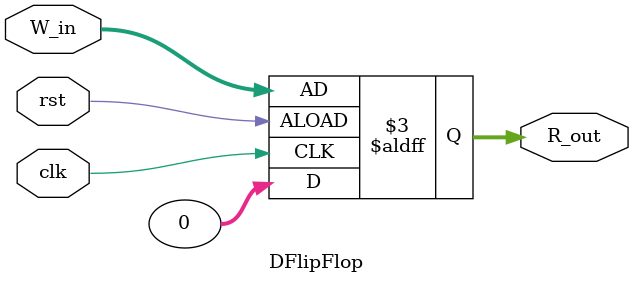
<source format=v>
`timescale 1ns / 1ps


module DFlipFlop #(parameter WIDTH = 32)(
        input wire clk,
        input wire rst,
        input wire[WIDTH-1:0] W_in,
        output reg[WIDTH-1:0] R_out
    );
    always @(posedge clk or negedge rst) begin
        if (rst == 1'b1) R_out <= {WIDTH{1'b0}};
        else begin
            R_out <= W_in;
        end
    end
endmodule

</source>
